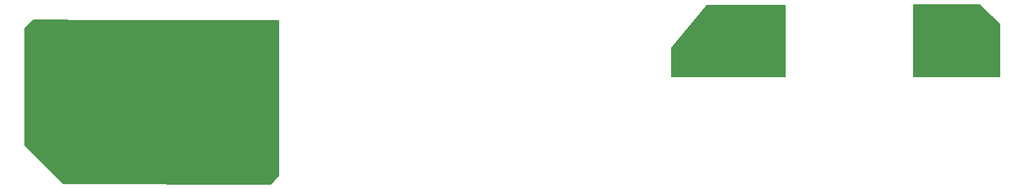
<source format=gbr>
%TF.GenerationSoftware,KiCad,Pcbnew,8.0.7*%
%TF.CreationDate,2025-01-15T17:23:36+01:00*%
%TF.ProjectId,n64rgb_v3.prod,6e363472-6762-45f7-9633-2e70726f642e,20241213.p*%
%TF.SameCoordinates,Original*%
%TF.FileFunction,Other,User*%
%FSLAX46Y46*%
G04 Gerber Fmt 4.6, Leading zero omitted, Abs format (unit mm)*
G04 Created by KiCad (PCBNEW 8.0.7) date 2025-01-15 17:23:36*
%MOMM*%
%LPD*%
G01*
G04 APERTURE LIST*
%ADD10C,0.150000*%
%ADD11C,0.200000*%
G04 APERTURE END LIST*
D10*
X169000000Y-114100000D02*
X169000000Y-121412000D01*
X157070000Y-121412000D01*
X157050000Y-111450000D01*
X166250000Y-111450000D01*
X169000000Y-114100000D01*
G36*
X169000000Y-114100000D02*
G01*
X169000000Y-121412000D01*
X157070000Y-121412000D01*
X157050000Y-111450000D01*
X166250000Y-111450000D01*
X169000000Y-114100000D01*
G37*
D11*
X139192000Y-111506000D02*
X139200000Y-121400000D01*
X123450000Y-121412000D01*
X123450000Y-117400000D01*
X128350000Y-111500000D01*
X139192000Y-111506000D01*
G36*
X139192000Y-111506000D02*
G01*
X139200000Y-121400000D01*
X123450000Y-121412000D01*
X123450000Y-117400000D01*
X128350000Y-111500000D01*
X139192000Y-111506000D01*
G37*
D10*
X44510000Y-113590000D02*
X68850000Y-113590000D01*
X68900000Y-129860000D01*
X68880000Y-135250000D01*
X67720000Y-136380000D01*
X39000000Y-136310000D01*
X33650000Y-131010000D01*
X33630000Y-114710000D01*
X34820000Y-113560000D01*
X44510000Y-113590000D01*
G36*
X44510000Y-113590000D02*
G01*
X68850000Y-113590000D01*
X68900000Y-129860000D01*
X68880000Y-135250000D01*
X67720000Y-136380000D01*
X39000000Y-136310000D01*
X33650000Y-131010000D01*
X33630000Y-114710000D01*
X34820000Y-113560000D01*
X44510000Y-113590000D01*
G37*
M02*

</source>
